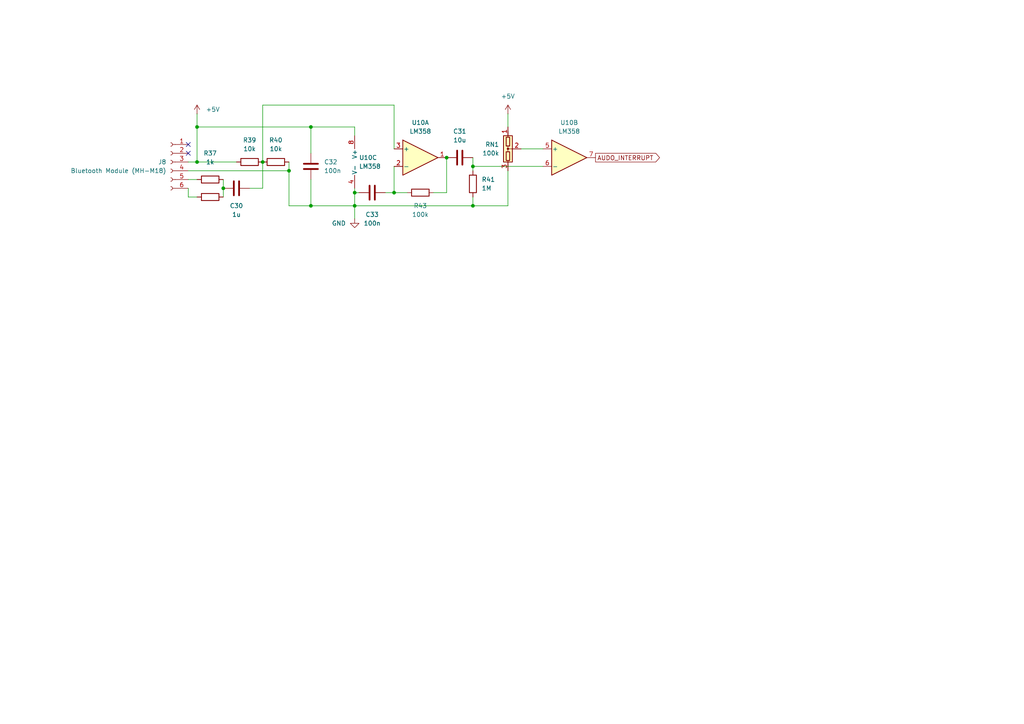
<source format=kicad_sch>
(kicad_sch (version 20231120) (generator "eeschema") (generator_version "8.0")
  (paper "A4")
  (title_block (title "HNaderi's PLL SSTC") (rev "2") (company "hnaderi.dev"))
  (lib_symbols
    (symbol "Amplifier_Operational:LM358" (pin_names (offset 0.127))
      (property "Reference" "U" (at 0 5.08 0))
      (property "Value" "LM358" (at 0 -5.08 0))
      (symbol "LM358_1_1"
        (polyline (pts (xy -5.08 5.08) (xy 5.08 0) (xy -5.08 -5.08) (xy -5.08 5.08)) (stroke (width 0.254)) (fill (type background)))
        (pin output line (at 7.62 0 180) (length 2.54) (name "~") (number "1"))
        (pin input line (at -7.62 -2.54 0) (length 2.54) (name "-") (number "2"))
        (pin input line (at -7.62 2.54 0) (length 2.54) (name "+") (number "3"))
      )
      (symbol "LM358_2_1"
        (polyline (pts (xy -5.08 5.08) (xy 5.08 0) (xy -5.08 -5.08) (xy -5.08 5.08)) (stroke (width 0.254)) (fill (type background)))
        (pin input line (at -7.62 2.54 0) (length 2.54) (name "+") (number "5"))
        (pin input line (at -7.62 -2.54 0) (length 2.54) (name "-") (number "6"))
        (pin output line (at 7.62 0 180) (length 2.54) (name "~") (number "7"))
      )
      (symbol "LM358_3_1"
        (pin power_in line (at -2.54 -7.62 90) (length 3.81) (name "V-") (number "4"))
        (pin power_in line (at -2.54 7.62 270) (length 3.81) (name "V+") (number "8"))
      )
    )
    (symbol "Connector:Conn_01x06_Socket" (pin_names (offset 1.016) hide)
      (property "Reference" "J" (at 0 7.62 0))
      (property "Value" "Conn_01x06_Socket" (at 0 -10.16 0))
      (symbol "Conn_01x06_Socket_1_1"
        (arc (start 0 -7.112) (mid -0.5058 -7.62) (end 0 -8.128) (stroke (width 0.1524)))
        (arc (start 0 -4.572) (mid -0.5058 -5.08) (end 0 -5.588) (stroke (width 0.1524)))
        (arc (start 0 -2.032) (mid -0.5058 -2.54) (end 0 -3.048) (stroke (width 0.1524)))
        (polyline (pts (xy -1.27 -7.62) (xy -0.508 -7.62)) (stroke (width 0.1524)))
        (polyline (pts (xy -1.27 -5.08) (xy -0.508 -5.08)) (stroke (width 0.1524)))
        (polyline (pts (xy -1.27 -2.54) (xy -0.508 -2.54)) (stroke (width 0.1524)))
        (polyline (pts (xy -1.27 0) (xy -0.508 0)) (stroke (width 0.1524)))
        (polyline (pts (xy -1.27 2.54) (xy -0.508 2.54)) (stroke (width 0.1524)))
        (polyline (pts (xy -1.27 5.08) (xy -0.508 5.08)) (stroke (width 0.1524)))
        (arc (start 0 0.508) (mid -0.5058 0) (end 0 -0.508) (stroke (width 0.1524)))
        (arc (start 0 3.048) (mid -0.5058 2.54) (end 0 2.032) (stroke (width 0.1524)))
        (arc (start 0 5.588) (mid -0.5058 5.08) (end 0 4.572) (stroke (width 0.1524)))
        (pin passive line (at -5.08 5.08 0) (length 3.81) (name "Pin_1") (number "1"))
        (pin passive line (at -5.08 2.54 0) (length 3.81) (name "Pin_2") (number "2"))
        (pin passive line (at -5.08 0 0) (length 3.81) (name "Pin_3") (number "3"))
        (pin passive line (at -5.08 -2.54 0) (length 3.81) (name "Pin_4") (number "4"))
        (pin passive line (at -5.08 -5.08 0) (length 3.81) (name "Pin_5") (number "5"))
        (pin passive line (at -5.08 -7.62 0) (length 3.81) (name "Pin_6") (number "6"))
      )
    )
    (symbol "Device:C" (pin_numbers hide) (pin_names (offset 0.254))
      (property "Reference" "C" (at 0.635 2.54 0))
      (property "Value" "C" (at 0.635 -2.54 0))
      (symbol "C_0_1"
        (polyline (pts (xy -2.032 -0.762) (xy 2.032 -0.762)) (stroke (width 0.508)))
        (polyline (pts (xy -2.032 0.762) (xy 2.032 0.762)) (stroke (width 0.508)))
      )
      (symbol "C_1_1"
        (pin passive line (at 0 3.81 270) (length 2.794) (name "~") (number "1"))
        (pin passive line (at 0 -3.81 90) (length 2.794) (name "~") (number "2"))
      )
    )
    (symbol "Device:R" (pin_numbers hide) (pin_names (offset 0))
      (property "Reference" "R" (at 2.032 0 90))
      (property "Value" "R" (at 0 0 90))
      (symbol "R_0_1"
        (rectangle (start -1.016 -2.54) (end 1.016 2.54) (stroke (width 0.254)))
      )
      (symbol "R_1_1"
        (pin passive line (at 0 3.81 270) (length 1.27) (name "~") (number "1"))
        (pin passive line (at 0 -3.81 90) (length 1.27) (name "~") (number "2"))
      )
    )
    (symbol "Device:VoltageDivider" (pin_names (offset 0) hide)
      (property "Reference" "RN" (at -4.445 0 90))
      (property "Value" "VoltageDivider" (at -2.54 0 90))
      (symbol "VoltageDivider_0_1"
        (rectangle (start -1.27 -3.81) (end 1.27 3.81) (stroke (width 0.254)) (fill (type background)))
        (rectangle (start -0.508 -3.3782) (end 0.508 -0.8382) (stroke (width 0.254)))
        (rectangle (start -0.508 3.3782) (end 0.508 0.8382) (stroke (width 0.254)))
        (polyline (pts (xy 0 -5.08) (xy 0 -3.429)))
        (polyline (pts (xy 0 0.889) (xy 0 -0.889)))
        (polyline (pts (xy 0 5.08) (xy 0 3.3782)))
        (polyline (pts (xy 1.27 0) (xy 0 0)))
        (circle (center 0 0.0254) (radius 0.254) (fill (type outline)))
      )
      (symbol "VoltageDivider_1_1"
        (pin passive line (at 0 6.35 270) (length 2.54) (name "~") (number "1"))
        (pin passive line (at 3.81 0 180) (length 2.54) (name "~") (number "2"))
        (pin passive line (at 0 -6.35 90) (length 2.54) (name "~") (number "3"))
      )
    )
    (symbol "power:+5V" (power) (pin_numbers hide) (pin_names (offset 0) hide)
      (property "Value" "+5V" (at 0 3.556 0))
      (symbol "+5V_0_1"
        (polyline (pts (xy -0.762 1.27) (xy 0 2.54)))
        (polyline (pts (xy 0 0) (xy 0 2.54)))
        (polyline (pts (xy 0 2.54) (xy 0.762 1.27)))
      )
      (symbol "+5V_1_1"
        (pin power_in line (at 0 0 90) (length 0) (name "~") (number "1"))
      )
    )
    (symbol "power:GND" (power) (pin_numbers hide) (pin_names (offset 0) hide)
      (property "Value" "GND" (at 0 -3.81 0))
      (symbol "GND_0_1"
        (polyline (pts (xy 0 0) (xy 0 -1.27) (xy 1.27 -1.27) (xy 0 -2.54) (xy -1.27 -1.27) (xy 0 -1.27)))
      )
      (symbol "GND_1_1"
        (pin power_in line (at 0 0 270) (length 0) (name "~") (number "1"))
      )
    )
  )
  (junction (at 90.17 59.69))
  (junction (at 102.87 59.69))
  (junction (at 76.2 46.99))
  (junction (at 64.77 54.61))
  (junction (at 57.15 36.83))
  (junction (at 57.15 46.99))
  (junction (at 137.16 59.69))
  (junction (at 137.16 48.26))
  (junction (at 83.82 49.53))
  (junction (at 129.54 45.72))
  (junction (at 90.17 36.83))
  (junction (at 102.87 55.88))
  (junction (at 114.3 55.88))
  (no_connect (at 54.61 44.45))
  (no_connect (at 54.61 41.91))
  (wire (pts (xy 57.15 46.99) (xy 54.61 46.99)))
  (wire (pts (xy 102.87 36.83) (xy 90.17 36.83)))
  (wire (pts (xy 147.32 59.69) (xy 137.16 59.69)))
  (wire (pts (xy 54.61 57.15) (xy 54.61 54.61)))
  (wire (pts (xy 57.15 36.83) (xy 57.15 46.99)))
  (wire (pts (xy 83.82 59.69) (xy 83.82 49.53)))
  (wire (pts (xy 83.82 46.99) (xy 83.82 49.53)))
  (wire (pts (xy 102.87 39.37) (xy 102.87 36.83)))
  (wire (pts (xy 57.15 52.07) (xy 54.61 52.07)))
  (wire (pts (xy 90.17 52.07) (xy 90.17 59.69)))
  (wire (pts (xy 64.77 54.61) (xy 64.77 57.15)))
  (wire (pts (xy 129.54 55.88) (xy 129.54 45.72)))
  (wire (pts (xy 90.17 36.83) (xy 57.15 36.83)))
  (wire (pts (xy 102.87 59.69) (xy 137.16 59.69)))
  (wire (pts (xy 102.87 54.61) (xy 102.87 55.88)))
  (wire (pts (xy 137.16 48.26) (xy 157.48 48.26)))
  (wire (pts (xy 114.3 48.26) (xy 114.3 55.88)))
  (wire (pts (xy 90.17 59.69) (xy 102.87 59.69)))
  (wire (pts (xy 114.3 43.18) (xy 114.3 30.48)))
  (wire (pts (xy 125.73 55.88) (xy 129.54 55.88)))
  (wire (pts (xy 118.11 55.88) (xy 114.3 55.88)))
  (wire (pts (xy 137.16 49.53) (xy 137.16 48.26)))
  (wire (pts (xy 76.2 54.61) (xy 72.39 54.61)))
  (wire (pts (xy 68.58 46.99) (xy 57.15 46.99)))
  (wire (pts (xy 83.82 59.69) (xy 90.17 59.69)))
  (wire (pts (xy 57.15 57.15) (xy 54.61 57.15)))
  (wire (pts (xy 147.32 49.53) (xy 147.32 59.69)))
  (wire (pts (xy 147.32 33.02) (xy 147.32 36.83)))
  (wire (pts (xy 57.15 33.02) (xy 57.15 36.83)))
  (wire (pts (xy 104.14 55.88) (xy 102.87 55.88)))
  (wire (pts (xy 102.87 63.5) (xy 102.87 59.69)))
  (wire (pts (xy 137.16 59.69) (xy 137.16 57.15)))
  (wire (pts (xy 64.77 52.07) (xy 64.77 54.61)))
  (wire (pts (xy 111.76 55.88) (xy 114.3 55.88)))
  (wire (pts (xy 76.2 30.48) (xy 76.2 46.99)))
  (wire (pts (xy 76.2 54.61) (xy 76.2 46.99)))
  (wire (pts (xy 137.16 45.72) (xy 137.16 48.26)))
  (wire (pts (xy 90.17 36.83) (xy 90.17 44.45)))
  (wire (pts (xy 83.82 49.53) (xy 54.61 49.53)))
  (wire (pts (xy 102.87 55.88) (xy 102.87 59.69)))
  (wire (pts (xy 114.3 30.48) (xy 76.2 30.48)))
  (wire (pts (xy 157.48 43.18) (xy 151.13 43.18)))
  (global_label "AUDO_INTERRUPT" (shape output) (at 172.72 45.72 0) (property "Intersheetrefs" "${INTERSHEET_REFS}" (effects (hide yes))))
  (symbol (lib_id "Device:C") (at 68.58 54.61 270) (unit 1)
    (property "Reference" "C30" (at 68.58 59.69 90))
    (property "Value" "1u" (at 68.58 62.23 90))
    (property "Description" "Unpolarized capacitor" (effects (hide yes)))
  )
  (symbol (lib_id "power:+5V") (at 147.32 33.02 0) (unit 1)
    (property "Reference" "#PWR051" (effects (hide yes)))
    (property "Value" "+5V" (at 147.32 27.94 0))
    (property "Description" "Power symbol creates a global label with name \"+5V\"" (effects (hide yes)))
  )
  (symbol (lib_id "Amplifier_Operational:LM358") (at 165.1 45.72 0) (unit 2)
    (property "Reference" "U10" (at 165.1 35.56 0))
    (property "Value" "LM358" (at 165.1 38.1 0))
    (property "Datasheet" "http://www.ti.com/lit/ds/symlink/lm2904-n.pdf" (effects (hide yes)))
    (property "Description" "Low-Power, Dual Operational Amplifiers, DIP-8/SOIC-8/TO-99-8" (effects (hide yes)))
  )
  (symbol (lib_id "Amplifier_Operational:LM358") (at 105.41 46.99 0) (unit 3)
    (property "Reference" "U10" (at 104.14 45.7199 0) (effects (justify left)))
    (property "Value" "LM358" (at 104.14 48.2599 0) (effects (justify left)))
    (property "Datasheet" "http://www.ti.com/lit/ds/symlink/lm2904-n.pdf" (effects (hide yes)))
    (property "Description" "Low-Power, Dual Operational Amplifiers, DIP-8/SOIC-8/TO-99-8" (effects (hide yes)))
  )
  (symbol (lib_id "Device:R") (at 121.92 55.88 270) (unit 1)
    (property "Reference" "R43" (at 121.92 59.69 90))
    (property "Value" "100k" (at 121.92 62.23 90))
    (property "Description" "Resistor" (effects (hide yes)))
  )
  (symbol (lib_id "Device:R") (at 72.39 46.99 90) (mirror x) (unit 1)
    (property "Reference" "R39" (at 72.39 40.64 90))
    (property "Value" "10k" (at 72.39 43.18 90))
    (property "Description" "Resistor" (effects (hide yes)))
  )
  (symbol (lib_id "Device:R") (at 60.96 52.07 90) (unit 1)
    (property "Reference" "R37" (at 60.96 44.45 90))
    (property "Value" "1k" (at 60.96 46.99 90))
    (property "Description" "Resistor" (effects (hide yes)))
  )
  (symbol (lib_id "power:+5V") (at 57.15 33.02 0) (mirror y) (unit 1)
    (property "Reference" "#PWR052" (effects (hide yes)))
    (property "Value" "+5V" (at 59.69 31.7499 0) (effects (justify right)))
    (property "Description" "Power symbol creates a global label with name \"+5V\"" (effects (hide yes)))
  )
  (symbol (lib_id "Device:C") (at 107.95 55.88 270) (unit 1)
    (property "Reference" "C33" (at 107.95 62.23 90))
    (property "Value" "100n" (at 107.95 64.77 90))
    (property "Description" "Unpolarized capacitor" (effects (hide yes)))
  )
  (symbol (lib_id "Device:R") (at 80.01 46.99 90) (mirror x) (unit 1)
    (property "Reference" "R40" (at 80.01 40.64 90))
    (property "Value" "10k" (at 80.01 43.18 90))
    (property "Description" "Resistor" (effects (hide yes)))
  )
  (symbol (lib_id "Device:C") (at 90.17 48.26 0) (unit 1)
    (property "Reference" "C32" (at 93.98 46.9899 0) (effects (justify left)))
    (property "Value" "100n" (at 93.98 49.5299 0) (effects (justify left)))
    (property "Description" "Unpolarized capacitor" (effects (hide yes)))
  )
  (symbol (lib_id "Device:R") (at 137.16 53.34 0) (unit 1)
    (property "Reference" "R41" (at 139.7 52.0699 0) (effects (justify left)))
    (property "Value" "1M" (at 139.7 54.6099 0) (effects (justify left)))
    (property "Description" "Resistor" (effects (hide yes)))
  )
  (symbol (lib_id "Connector:Conn_01x06_Socket") (at 49.53 46.99 0) (mirror y) (unit 1)
    (property "Reference" "J8" (at 48.26 46.9899 0) (effects (justify left)))
    (property "Value" "Bluetooth Module (MH-M18)" (at 48.26 49.5299 0) (effects (justify left)))
    (property "Footprint" "Connector_PinSocket_2.00mm:PinSocket_1x06_P2.00mm_Vertical" (effects (hide yes)))
    (property "Description" "Generic connector, single row, 01x06, script generated" (effects (hide yes)))
  )
  (symbol (lib_id "Device:C") (at 133.35 45.72 270) (unit 1)
    (property "Reference" "C31" (at 133.35 38.1 90))
    (property "Value" "10u" (at 133.35 40.64 90))
    (property "Description" "Unpolarized capacitor" (effects (hide yes)))
  )
  (symbol (lib_id "Amplifier_Operational:LM358") (at 121.92 45.72 0) (unit 1)
    (property "Reference" "U10" (at 121.92 35.56 0))
    (property "Value" "LM358" (at 121.92 38.1 0))
    (property "Datasheet" "http://www.ti.com/lit/ds/symlink/lm2904-n.pdf" (effects (hide yes)))
    (property "Description" "Low-Power, Dual Operational Amplifiers, DIP-8/SOIC-8/TO-99-8" (effects (hide yes)))
  )
  (symbol (lib_id "power:GND") (at 102.87 63.5 0) (unit 1)
    (property "Reference" "#PWR053" (effects (hide yes)))
    (property "Value" "GND" (at 100.33 64.7699 0) (effects (justify right)))
    (property "Description" "Power symbol creates a global label with name \"GND\" , ground" (effects (hide yes)))
  )
  (symbol (lib_id "Device:R") (at 60.96 57.15 90) (unit 1)
    (property "Reference" "R38" (effects (hide yes)))
    (property "Value" "1k" (effects (hide yes)))
    (property "Description" "Resistor" (effects (hide yes)))
  )
  (symbol (lib_id "Device:VoltageDivider") (at 147.32 43.18 0) (unit 1)
    (property "Reference" "RN1" (at 144.78 41.9099 0) (effects (justify right)))
    (property "Value" "100k" (at 144.78 44.4499 0) (effects (justify right)))
    (property "Description" "Voltage divider" (effects (hide yes)))
  )
)
</source>
